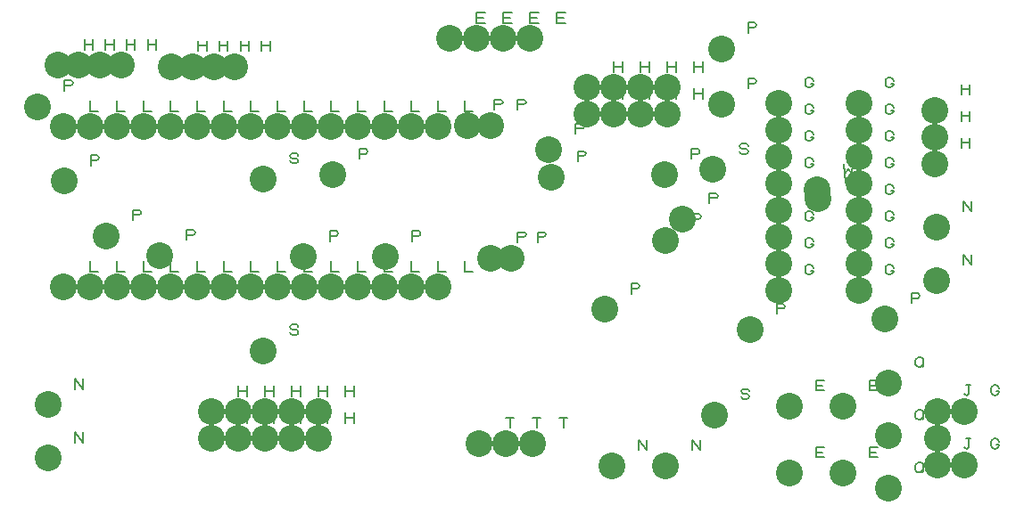
<source format=gbr>
G04 DesignSpark PCB Gerber Version 12.0 Build 5942*
%FSLAX35Y35*%
%MOIN*%
%ADD10C,0.00500*%
%ADD111C,0.10000*%
X0Y0D02*
D02*
D10*
X56707Y192172D02*
Y195922D01*
X58894D01*
X59519Y195609D01*
X59832Y194984D01*
X59519Y194359D01*
X58894Y194047D01*
X56707D01*
X60506Y60518D02*
Y64268D01*
X63631Y60518D01*
Y64268D01*
X60506Y80518D02*
Y84268D01*
X63631Y80518D01*
Y84268D01*
X64187Y207526D02*
Y211276D01*
Y209401D02*
X67312D01*
Y207526D02*
Y211276D01*
X66267Y128274D02*
Y124524D01*
X69393D01*
X66267Y188274D02*
Y184524D01*
X69393D01*
X66549Y164219D02*
Y167969D01*
X68737D01*
X69362Y167657D01*
X69674Y167031D01*
X69362Y166407D01*
X68737Y166094D01*
X66549D01*
X72061Y207526D02*
Y211276D01*
Y209401D02*
X75186D01*
Y207526D02*
Y211276D01*
X76267Y128274D02*
Y124524D01*
X79393D01*
X76267Y188274D02*
Y184524D01*
X79393D01*
X79935Y207526D02*
Y211276D01*
Y209401D02*
X83060D01*
Y207526D02*
Y211276D01*
X82297Y143746D02*
Y147496D01*
X84485D01*
X85110Y147184D01*
X85422Y146559D01*
X85110Y145934D01*
X84485Y145622D01*
X82297D01*
X86267Y128274D02*
Y124524D01*
X89393D01*
X86267Y188274D02*
Y184524D01*
X89393D01*
X87809Y207526D02*
Y211276D01*
Y209401D02*
X90934D01*
Y207526D02*
Y211276D01*
X96267Y128274D02*
Y124524D01*
X99393D01*
X96267Y188274D02*
Y184524D01*
X99393D01*
X102376Y136266D02*
Y140016D01*
X104563D01*
X105189Y139704D01*
X105501Y139079D01*
X105189Y138454D01*
X104563Y138141D01*
X102376D01*
X106267Y128274D02*
Y124524D01*
X109393D01*
X106267Y188274D02*
Y184524D01*
X109393D01*
X106707Y207132D02*
Y210882D01*
Y209007D02*
X109832D01*
Y207132D02*
Y210882D01*
X114581Y207132D02*
Y210882D01*
Y209007D02*
X117706D01*
Y207132D02*
Y210882D01*
X116267Y128274D02*
Y124524D01*
X119393D01*
X116267Y188274D02*
Y184524D01*
X119393D01*
X121746Y67880D02*
Y71630D01*
Y69756D02*
X124871D01*
Y67880D02*
Y71630D01*
X121746Y77880D02*
Y81630D01*
Y79756D02*
X124871D01*
Y77880D02*
Y81630D01*
X122455Y207132D02*
Y210882D01*
Y209007D02*
X125580D01*
Y207132D02*
Y210882D01*
X126267Y128274D02*
Y124524D01*
X129393D01*
X126267Y188274D02*
Y184524D01*
X129393D01*
X130329Y207132D02*
Y210882D01*
Y209007D02*
X133454D01*
Y207132D02*
Y210882D01*
X131746Y67880D02*
Y71630D01*
Y69756D02*
X134871D01*
Y67880D02*
Y71630D01*
X131746Y77880D02*
Y81630D01*
Y79756D02*
X134871D01*
Y77880D02*
Y81630D01*
X136267Y128274D02*
Y124524D01*
X139393D01*
X136267Y188274D02*
Y184524D01*
X139393D01*
X140959Y101771D02*
X141271Y101146D01*
X141896Y100833D01*
X143146D01*
X143771Y101146D01*
X144084Y101771D01*
X143771Y102396D01*
X143146Y102708D01*
X141896D01*
X141271Y103021D01*
X140959Y103646D01*
X141271Y104271D01*
X141896Y104583D01*
X143146D01*
X143771Y104271D01*
X144084Y103646D01*
X140959Y165944D02*
X141271Y165319D01*
X141896Y165006D01*
X143146D01*
X143771Y165319D01*
X144084Y165944D01*
X143771Y166569D01*
X143146Y166881D01*
X141896D01*
X141271Y167194D01*
X140959Y167819D01*
X141271Y168444D01*
X141896Y168756D01*
X143146D01*
X143771Y168444D01*
X144084Y167819D01*
X141746Y67880D02*
Y71630D01*
Y69756D02*
X144871D01*
Y67880D02*
Y71630D01*
X141746Y77880D02*
Y81630D01*
Y79756D02*
X144871D01*
Y77880D02*
Y81630D01*
X146267Y128274D02*
Y124524D01*
X149393D01*
X146267Y188274D02*
Y184524D01*
X149393D01*
X151746Y67880D02*
Y71630D01*
Y69756D02*
X154871D01*
Y67880D02*
Y71630D01*
X151746Y77880D02*
Y81630D01*
Y79756D02*
X154871D01*
Y77880D02*
Y81630D01*
X155919Y135872D02*
Y139622D01*
X158107D01*
X158732Y139310D01*
X159044Y138685D01*
X158732Y138060D01*
X158107Y137748D01*
X155919D01*
X156267Y128274D02*
Y124524D01*
X159393D01*
X156267Y188274D02*
Y184524D01*
X159393D01*
X161746Y67880D02*
Y71630D01*
Y69756D02*
X164871D01*
Y67880D02*
Y71630D01*
X161746Y77880D02*
Y81630D01*
Y79756D02*
X164871D01*
Y77880D02*
Y81630D01*
X166267Y128274D02*
Y124524D01*
X169393D01*
X166267Y188274D02*
Y184524D01*
X169393D01*
X166943Y166581D02*
Y170331D01*
X169130D01*
X169756Y170019D01*
X170068Y169394D01*
X169756Y168769D01*
X169130Y168456D01*
X166943D01*
X176267Y128274D02*
Y124524D01*
X179393D01*
X176267Y188274D02*
Y184524D01*
X179393D01*
X186267Y128274D02*
Y124524D01*
X189393D01*
X186267Y188274D02*
Y184524D01*
X189393D01*
X186628Y135872D02*
Y139622D01*
X188815D01*
X189441Y139310D01*
X189753Y138685D01*
X189441Y138060D01*
X188815Y137748D01*
X186628D01*
X196267Y128274D02*
Y124524D01*
X199393D01*
X196267Y188274D02*
Y184524D01*
X199393D01*
X206267Y128274D02*
Y124524D01*
X209393D01*
X206267Y188274D02*
Y184524D01*
X209393D01*
X210683Y217546D02*
Y221296D01*
X213808D01*
X213183Y219421D02*
X210683D01*
Y217546D02*
X213808D01*
X217337Y185085D02*
Y188835D01*
X219524D01*
X220149Y188523D01*
X220462Y187898D01*
X220149Y187273D01*
X219524Y186960D01*
X217337D01*
X220683Y217546D02*
Y221296D01*
X223808D01*
X223183Y219421D02*
X220683D01*
Y217546D02*
X223808D01*
X223112Y65991D02*
Y69741D01*
X221549D02*
X224674D01*
X225998Y135479D02*
Y139229D01*
X228185D01*
X228811Y138917D01*
X229123Y138291D01*
X228811Y137667D01*
X228185Y137354D01*
X225998D01*
Y185085D02*
Y188835D01*
X228185D01*
X228811Y188523D01*
X229123Y187898D01*
X228811Y187273D01*
X228185Y186960D01*
X225998D01*
X230683Y217546D02*
Y221296D01*
X233808D01*
X233183Y219421D02*
X230683D01*
Y217546D02*
X233808D01*
X233112Y65991D02*
Y69741D01*
X231549D02*
X234674D01*
X233478Y135479D02*
Y139229D01*
X235666D01*
X236291Y138917D01*
X236604Y138291D01*
X236291Y137667D01*
X235666Y137354D01*
X233478D01*
X240683Y217546D02*
Y221296D01*
X243808D01*
X243183Y219421D02*
X240683D01*
Y217546D02*
X243808D01*
X243112Y65991D02*
Y69741D01*
X241549D02*
X244674D01*
X247652Y176030D02*
Y179780D01*
X249839D01*
X250464Y179468D01*
X250777Y178843D01*
X250464Y178218D01*
X249839Y177905D01*
X247652D01*
X248439Y165794D02*
Y169544D01*
X250626D01*
X251252Y169231D01*
X251564Y168606D01*
X251252Y167981D01*
X250626Y167669D01*
X248439D01*
X262017Y189197D02*
Y192947D01*
Y191072D02*
X265143D01*
Y189197D02*
Y192947D01*
X262017Y199197D02*
Y202947D01*
Y201072D02*
X265143D01*
Y199197D02*
Y202947D01*
X268518Y116187D02*
Y119937D01*
X270705D01*
X271330Y119625D01*
X271643Y119000D01*
X271330Y118375D01*
X270705Y118063D01*
X268518D01*
X271116Y57664D02*
Y61414D01*
X274241Y57664D01*
Y61414D01*
X272017Y189197D02*
Y192947D01*
Y191072D02*
X275143D01*
Y189197D02*
Y192947D01*
X272017Y199197D02*
Y202947D01*
Y201072D02*
X275143D01*
Y199197D02*
Y202947D01*
X282017Y189197D02*
Y192947D01*
Y191072D02*
X285143D01*
Y189197D02*
Y192947D01*
X282017Y199197D02*
Y202947D01*
Y201072D02*
X285143D01*
Y199197D02*
Y202947D01*
X290959Y166581D02*
Y170331D01*
X293146D01*
X293771Y170019D01*
X294084Y169394D01*
X293771Y168769D01*
X293146Y168456D01*
X290959D01*
X291116Y57664D02*
Y61414D01*
X294241Y57664D01*
Y61414D01*
X291352Y142172D02*
Y145922D01*
X293540D01*
X294165Y145609D01*
X294478Y144984D01*
X294165Y144359D01*
X293540Y144047D01*
X291352D01*
X292017Y189197D02*
Y192947D01*
Y191072D02*
X295143D01*
Y189197D02*
Y192947D01*
X292017Y199197D02*
Y202947D01*
Y201072D02*
X295143D01*
Y199197D02*
Y202947D01*
X297652Y150046D02*
Y153796D01*
X299839D01*
X300464Y153483D01*
X300777Y152858D01*
X300464Y152233D01*
X299839Y151921D01*
X297652D01*
X309069Y169487D02*
X309381Y168862D01*
X310006Y168550D01*
X311256D01*
X311881Y168862D01*
X312194Y169487D01*
X311881Y170112D01*
X311256Y170425D01*
X310006D01*
X309381Y170737D01*
X309069Y171362D01*
X309381Y171987D01*
X310006Y172300D01*
X311256D01*
X311881Y171987D01*
X312194Y171362D01*
X309463Y77755D02*
X309775Y77130D01*
X310400Y76817D01*
X311650D01*
X312275Y77130D01*
X312588Y77755D01*
X312275Y78380D01*
X311650Y78693D01*
X310400D01*
X309775Y79005D01*
X309463Y79630D01*
X309775Y80255D01*
X310400Y80567D01*
X311650D01*
X312275Y80255D01*
X312588Y79630D01*
X312219Y192959D02*
Y196709D01*
X314406D01*
X315031Y196397D01*
X315344Y195772D01*
X315031Y195147D01*
X314406Y194834D01*
X312219D01*
Y213825D02*
Y217575D01*
X314406D01*
X315031Y217263D01*
X315344Y216638D01*
X315031Y216013D01*
X314406Y215700D01*
X312219D01*
X322848Y108707D02*
Y112457D01*
X325036D01*
X325661Y112145D01*
X325974Y111520D01*
X325661Y110895D01*
X325036Y110582D01*
X322848D01*
X335626Y124876D02*
X336564D01*
Y124563D01*
X336252Y123939D01*
X335939Y123626D01*
X335314Y123313D01*
X334689D01*
X334064Y123626D01*
X333752Y123939D01*
X333439Y124563D01*
Y125813D01*
X333752Y126439D01*
X334064Y126751D01*
X334689Y127063D01*
X335314D01*
X335939Y126751D01*
X336252Y126439D01*
X336564Y125813D01*
X335626Y134876D02*
X336564D01*
Y134563D01*
X336252Y133939D01*
X335939Y133626D01*
X335314Y133313D01*
X334689D01*
X334064Y133626D01*
X333752Y133939D01*
X333439Y134563D01*
Y135813D01*
X333752Y136439D01*
X334064Y136751D01*
X334689Y137063D01*
X335314D01*
X335939Y136751D01*
X336252Y136439D01*
X336564Y135813D01*
X335626Y144876D02*
X336564D01*
Y144563D01*
X336252Y143939D01*
X335939Y143626D01*
X335314Y143313D01*
X334689D01*
X334064Y143626D01*
X333752Y143939D01*
X333439Y144563D01*
Y145813D01*
X333752Y146439D01*
X334064Y146751D01*
X334689Y147063D01*
X335314D01*
X335939Y146751D01*
X336252Y146439D01*
X336564Y145813D01*
X335626Y154876D02*
X336564D01*
Y154563D01*
X336252Y153939D01*
X335939Y153626D01*
X335314Y153313D01*
X334689D01*
X334064Y153626D01*
X333752Y153939D01*
X333439Y154563D01*
Y155813D01*
X333752Y156439D01*
X334064Y156751D01*
X334689Y157063D01*
X335314D01*
X335939Y156751D01*
X336252Y156439D01*
X336564Y155813D01*
X335626Y164876D02*
X336564D01*
Y164563D01*
X336252Y163939D01*
X335939Y163626D01*
X335314Y163313D01*
X334689D01*
X334064Y163626D01*
X333752Y163939D01*
X333439Y164563D01*
Y165813D01*
X333752Y166439D01*
X334064Y166751D01*
X334689Y167063D01*
X335314D01*
X335939Y166751D01*
X336252Y166439D01*
X336564Y165813D01*
X335626Y174876D02*
X336564D01*
Y174563D01*
X336252Y173939D01*
X335939Y173626D01*
X335314Y173313D01*
X334689D01*
X334064Y173626D01*
X333752Y173939D01*
X333439Y174563D01*
Y175813D01*
X333752Y176439D01*
X334064Y176751D01*
X334689Y177063D01*
X335314D01*
X335939Y176751D01*
X336252Y176439D01*
X336564Y175813D01*
X335626Y184876D02*
X336564D01*
Y184563D01*
X336252Y183939D01*
X335939Y183626D01*
X335314Y183313D01*
X334689D01*
X334064Y183626D01*
X333752Y183939D01*
X333439Y184563D01*
Y185813D01*
X333752Y186439D01*
X334064Y186751D01*
X334689Y187063D01*
X335314D01*
X335939Y186751D01*
X336252Y186439D01*
X336564Y185813D01*
X335626Y194876D02*
X336564D01*
Y194563D01*
X336252Y193939D01*
X335939Y193626D01*
X335314Y193313D01*
X334689D01*
X334064Y193626D01*
X333752Y193939D01*
X333439Y194563D01*
Y195813D01*
X333752Y196439D01*
X334064Y196751D01*
X334689Y197063D01*
X335314D01*
X335939Y196751D01*
X336252Y196439D01*
X336564Y195813D01*
X337455Y54967D02*
Y58717D01*
X340580D01*
X339955Y56842D02*
X337455D01*
Y54967D02*
X340580D01*
X337455Y79967D02*
Y83717D01*
X340580D01*
X339955Y81842D02*
X337455D01*
Y79967D02*
X340580D01*
X348045Y164701D02*
X348358Y160951D01*
X349608Y162826D01*
X350858Y160951D01*
X351170Y164701D01*
X348400Y161473D02*
X348712Y157723D01*
X349962Y159598D01*
X351212Y157723D01*
X351525Y161473D01*
X357455Y54967D02*
Y58717D01*
X360580D01*
X359955Y56842D02*
X357455D01*
Y54967D02*
X360580D01*
X357455Y79967D02*
Y83717D01*
X360580D01*
X359955Y81842D02*
X357455D01*
Y79967D02*
X360580D01*
X365626Y124876D02*
X366564D01*
Y124563D01*
X366252Y123939D01*
X365939Y123626D01*
X365314Y123313D01*
X364689D01*
X364064Y123626D01*
X363752Y123939D01*
X363439Y124563D01*
Y125813D01*
X363752Y126439D01*
X364064Y126751D01*
X364689Y127063D01*
X365314D01*
X365939Y126751D01*
X366252Y126439D01*
X366564Y125813D01*
X365626Y134876D02*
X366564D01*
Y134563D01*
X366252Y133939D01*
X365939Y133626D01*
X365314Y133313D01*
X364689D01*
X364064Y133626D01*
X363752Y133939D01*
X363439Y134563D01*
Y135813D01*
X363752Y136439D01*
X364064Y136751D01*
X364689Y137063D01*
X365314D01*
X365939Y136751D01*
X366252Y136439D01*
X366564Y135813D01*
X365626Y144876D02*
X366564D01*
Y144563D01*
X366252Y143939D01*
X365939Y143626D01*
X365314Y143313D01*
X364689D01*
X364064Y143626D01*
X363752Y143939D01*
X363439Y144563D01*
Y145813D01*
X363752Y146439D01*
X364064Y146751D01*
X364689Y147063D01*
X365314D01*
X365939Y146751D01*
X366252Y146439D01*
X366564Y145813D01*
X365626Y154876D02*
X366564D01*
Y154563D01*
X366252Y153939D01*
X365939Y153626D01*
X365314Y153313D01*
X364689D01*
X364064Y153626D01*
X363752Y153939D01*
X363439Y154563D01*
Y155813D01*
X363752Y156439D01*
X364064Y156751D01*
X364689Y157063D01*
X365314D01*
X365939Y156751D01*
X366252Y156439D01*
X366564Y155813D01*
X365626Y164876D02*
X366564D01*
Y164563D01*
X366252Y163939D01*
X365939Y163626D01*
X365314Y163313D01*
X364689D01*
X364064Y163626D01*
X363752Y163939D01*
X363439Y164563D01*
Y165813D01*
X363752Y166439D01*
X364064Y166751D01*
X364689Y167063D01*
X365314D01*
X365939Y166751D01*
X366252Y166439D01*
X366564Y165813D01*
X365626Y174876D02*
X366564D01*
Y174563D01*
X366252Y173939D01*
X365939Y173626D01*
X365314Y173313D01*
X364689D01*
X364064Y173626D01*
X363752Y173939D01*
X363439Y174563D01*
Y175813D01*
X363752Y176439D01*
X364064Y176751D01*
X364689Y177063D01*
X365314D01*
X365939Y176751D01*
X366252Y176439D01*
X366564Y175813D01*
X365626Y184876D02*
X366564D01*
Y184563D01*
X366252Y183939D01*
X365939Y183626D01*
X365314Y183313D01*
X364689D01*
X364064Y183626D01*
X363752Y183939D01*
X363439Y184563D01*
Y185813D01*
X363752Y186439D01*
X364064Y186751D01*
X364689Y187063D01*
X365314D01*
X365939Y186751D01*
X366252Y186439D01*
X366564Y185813D01*
X365626Y194876D02*
X366564D01*
Y194563D01*
X366252Y193939D01*
X365939Y193626D01*
X365314Y193313D01*
X364689D01*
X364064Y193626D01*
X363752Y193939D01*
X363439Y194563D01*
Y195813D01*
X363752Y196439D01*
X364064Y196751D01*
X364689Y197063D01*
X365314D01*
X365939Y196751D01*
X366252Y196439D01*
X366564Y195813D01*
X373242Y112644D02*
Y116394D01*
X375430D01*
X376055Y116082D01*
X376367Y115457D01*
X376055Y114832D01*
X375430Y114519D01*
X373242D01*
X374620Y50508D02*
Y51758D01*
X374933Y52383D01*
X375245Y52696D01*
X375870Y53008D01*
X376495D01*
X377120Y52696D01*
X377433Y52383D01*
X377745Y51758D01*
Y50508D01*
X377433Y49883D01*
X377120Y49571D01*
X376495Y49258D01*
X375870D01*
X375245Y49571D01*
X374933Y49883D01*
X374620Y50508D01*
X376807Y50196D02*
X377745Y49258D01*
X374620Y70193D02*
Y71443D01*
X374933Y72069D01*
X375245Y72381D01*
X375870Y72693D01*
X376495D01*
X377120Y72381D01*
X377433Y72069D01*
X377745Y71443D01*
Y70193D01*
X377433Y69569D01*
X377120Y69256D01*
X376495Y68943D01*
X375870D01*
X375245Y69256D01*
X374933Y69569D01*
X374620Y70193D01*
X376807Y69881D02*
X377745Y68943D01*
X374620Y89878D02*
Y91128D01*
X374933Y91754D01*
X375245Y92066D01*
X375870Y92378D01*
X376495D01*
X377120Y92066D01*
X377433Y91754D01*
X377745Y91128D01*
Y89878D01*
X377433Y89254D01*
X377120Y88941D01*
X376495Y88628D01*
X375870D01*
X375245Y88941D01*
X374933Y89254D01*
X374620Y89878D01*
X376807Y89566D02*
X377745Y88628D01*
X391904Y170754D02*
Y174504D01*
Y172630D02*
X395029D01*
Y170754D02*
Y174504D01*
X391904Y180754D02*
Y184504D01*
Y182630D02*
X395029D01*
Y180754D02*
Y184504D01*
X391904Y190754D02*
Y194504D01*
Y192630D02*
X395029D01*
Y190754D02*
Y194504D01*
X392474Y126935D02*
Y130685D01*
X395600Y126935D01*
Y130685D01*
X392474Y146935D02*
Y150685D01*
X395600Y146935D01*
Y150685D01*
X392848Y58781D02*
X393161Y58469D01*
X393786Y58156D01*
X394411Y58469D01*
X394724Y58781D01*
Y61906D01*
X395348D01*
X394724D02*
X393474D01*
X392848Y68781D02*
X393161Y68469D01*
X393786Y68156D01*
X394411Y68469D01*
X394724Y68781D01*
Y71906D01*
X395348D01*
X394724D02*
X393474D01*
X392848Y78781D02*
X393161Y78469D01*
X393786Y78156D01*
X394411Y78469D01*
X394724Y78781D01*
Y81906D01*
X395348D01*
X394724D02*
X393474D01*
X405036Y59719D02*
X405974D01*
Y59406D01*
X405661Y58781D01*
X405348Y58469D01*
X404724Y58156D01*
X404098D01*
X403474Y58469D01*
X403161Y58781D01*
X402848Y59406D01*
Y60656D01*
X403161Y61281D01*
X403474Y61594D01*
X404098Y61906D01*
X404724D01*
X405348Y61594D01*
X405661Y61281D01*
X405974Y60656D01*
X405036Y79719D02*
X405974D01*
Y79406D01*
X405661Y78781D01*
X405348Y78469D01*
X404724Y78156D01*
X404098D01*
X403474Y78469D01*
X403161Y78781D01*
X402848Y79406D01*
Y80656D01*
X403161Y81281D01*
X403474Y81594D01*
X404098Y81906D01*
X404724D01*
X405348Y81594D01*
X405661Y81281D01*
X405974Y80656D01*
D02*
D111*
X46707Y186234D03*
X50506Y54581D03*
Y74581D03*
X54187Y201589D03*
X56267Y118587D03*
Y178587D03*
X56549Y158281D03*
X62061Y201589D03*
X66267Y118587D03*
Y178587D03*
X69935Y201589D03*
X72297Y137809D03*
X76267Y118587D03*
Y178587D03*
X77809Y201589D03*
X86267Y118587D03*
Y178587D03*
X92376Y130329D03*
X96267Y118587D03*
Y178587D03*
X96707Y201195D03*
X104581D03*
X106267Y118587D03*
Y178587D03*
X111746Y61943D03*
Y71943D03*
X112455Y201195D03*
X116267Y118587D03*
Y178587D03*
X120329Y201195D03*
X121746Y61943D03*
Y71943D03*
X126267Y118587D03*
Y178587D03*
X130959Y94896D03*
Y159069D03*
X131746Y61943D03*
Y71943D03*
X136267Y118587D03*
Y178587D03*
X141746Y61943D03*
Y71943D03*
X145919Y129935D03*
X146267Y118587D03*
Y178587D03*
X151746Y61943D03*
Y71943D03*
X156267Y118587D03*
Y178587D03*
X156943Y160644D03*
X166267Y118587D03*
Y178587D03*
X176267Y118587D03*
Y178587D03*
X176628Y129935D03*
X186267Y118587D03*
Y178587D03*
X196267Y118587D03*
Y178587D03*
X200683Y211608D03*
X207337Y179148D03*
X210683Y211608D03*
X211549Y60053D03*
X215998Y129541D03*
Y179148D03*
X220683Y211608D03*
X221549Y60053D03*
X223478Y129541D03*
X230683Y211608D03*
X231549Y60053D03*
X237652Y170093D03*
X238439Y159856D03*
X252017Y183260D03*
Y193259D03*
X258518Y110250D03*
X261116Y51726D03*
X262017Y183260D03*
Y193259D03*
X272017Y183260D03*
Y193259D03*
X280959Y160644D03*
X281116Y51726D03*
X281352Y136234D03*
X282017Y183260D03*
Y193259D03*
X287652Y144108D03*
X299069Y162612D03*
X299463Y70880D03*
X302219Y187022D03*
Y207888D03*
X312848Y102770D03*
X323439Y117376D03*
Y127376D03*
Y137376D03*
Y147376D03*
Y157376D03*
Y167376D03*
Y177376D03*
Y187376D03*
X327455Y49030D03*
Y74030D03*
X338045Y155014D03*
X338400Y151785D03*
X347455Y49030D03*
Y74030D03*
X353439Y117376D03*
Y127376D03*
Y137376D03*
Y147376D03*
Y157376D03*
Y167376D03*
Y177376D03*
Y187376D03*
X363242Y106707D03*
X364620Y43321D03*
Y63006D03*
Y82691D03*
X381904Y164817D03*
Y174817D03*
Y184817D03*
X382474Y120998D03*
Y140998D03*
X382848Y52219D03*
Y62219D03*
Y72219D03*
X392848Y52219D03*
Y72219D03*
X0Y0D02*
M02*

</source>
